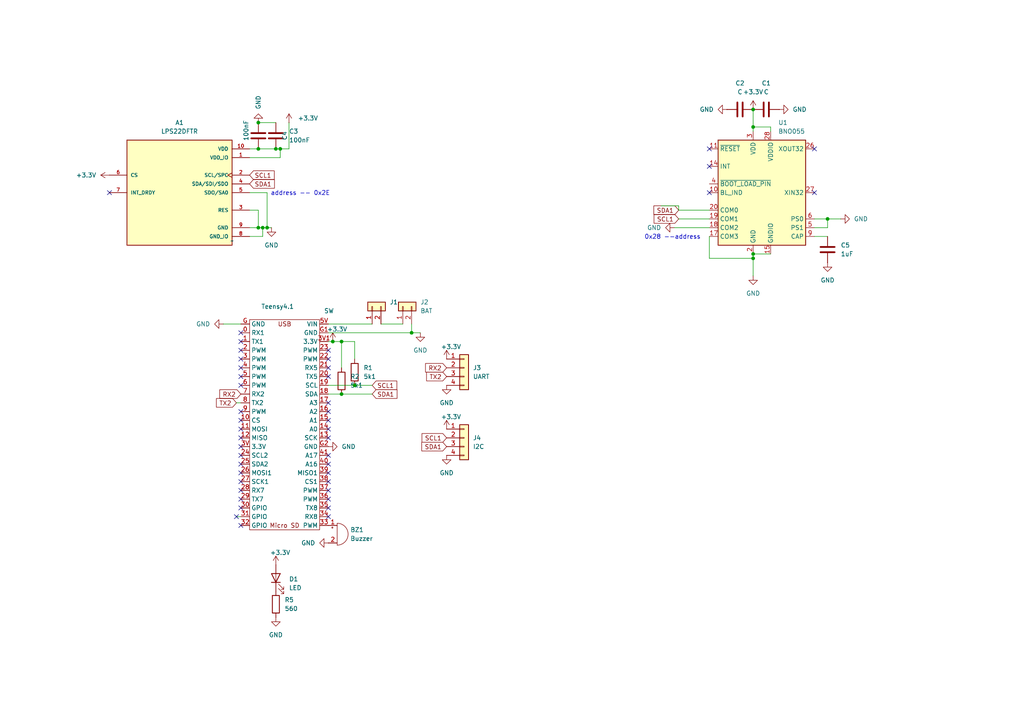
<source format=kicad_sch>
(kicad_sch (version 20250114) (generator "eeschema") (generator_version "9.0")
  (paper "A4")
  (lib_symbols
    (symbol "Connector_Generic:Conn_01x02" (pin_names (offset 1.016) (hide yes))
      (property "Reference" "J" (at 0 2.54 0))
      (property "Value" "Conn_01x02" (at 0 -5.08 0))
      (symbol "Conn_01x02_1_1"
        (rectangle (start -1.27 1.27) (end 1.27 -3.81) (stroke (width 0.254)) (fill (type background)))
        (rectangle (start -1.27 0.127) (end 0 -0.127) (stroke (width 0.1524)))
        (rectangle (start -1.27 -2.413) (end 0 -2.667) (stroke (width 0.1524)))
        (pin passive line (at -5.08 0 0) (length 3.81) (name "Pin_1") (number "1"))
        (pin passive line (at -5.08 -2.54 0) (length 3.81) (name "Pin_2") (number "2"))
      )
    )
    (symbol "Connector_Generic:Conn_01x04" (pin_names (offset 1.016) (hide yes))
      (property "Reference" "J" (at 0 5.08 0))
      (property "Value" "Conn_01x04" (at 0 -7.62 0))
      (symbol "Conn_01x04_1_1"
        (rectangle (start -1.27 3.81) (end 1.27 -6.35) (stroke (width 0.254)) (fill (type background)))
        (rectangle (start -1.27 2.667) (end 0 2.413) (stroke (width 0.1524)))
        (rectangle (start -1.27 0.127) (end 0 -0.127) (stroke (width 0.1524)))
        (rectangle (start -1.27 -2.413) (end 0 -2.667) (stroke (width 0.1524)))
        (rectangle (start -1.27 -4.953) (end 0 -5.207) (stroke (width 0.1524)))
        (pin passive line (at -5.08 2.54 0) (length 3.81) (name "Pin_1") (number "1"))
        (pin passive line (at -5.08 0 0) (length 3.81) (name "Pin_2") (number "2"))
        (pin passive line (at -5.08 -2.54 0) (length 3.81) (name "Pin_3") (number "3"))
        (pin passive line (at -5.08 -5.08 0) (length 3.81) (name "Pin_4") (number "4"))
      )
    )
    (symbol "Device:Buzzer" (pin_names (offset 0.0254) (hide yes))
      (property "Reference" "BZ" (at 3.81 1.27 0))
      (property "Value" "Buzzer" (at 3.81 -1.27 0))
      (symbol "Buzzer_0_1"
        (polyline (pts (xy -1.651 1.905) (xy -1.143 1.905)))
        (polyline (pts (xy -1.397 2.159) (xy -1.397 1.651)))
        (arc (start 0 3.175) (mid 3.1612 0) (end 0 -3.175))
        (polyline (pts (xy 0 3.175) (xy 0 -3.175)))
      )
      (symbol "Buzzer_1_1"
        (pin passive line (at -2.54 2.54 0) (length 2.54) (name "+") (number "1"))
        (pin passive line (at -2.54 -2.54 0) (length 2.54) (name "-") (number "2"))
      )
    )
    (symbol "Device:C" (pin_numbers (hide yes)) (pin_names (offset 0.254))
      (property "Reference" "C" (at 0.635 2.54 0))
      (property "Value" "C" (at 0.635 -2.54 0))
      (symbol "C_0_1"
        (polyline (pts (xy -2.032 0.762) (xy 2.032 0.762)) (stroke (width 0.508)))
        (polyline (pts (xy -2.032 -0.762) (xy 2.032 -0.762)) (stroke (width 0.508)))
      )
      (symbol "C_1_1"
        (pin passive line (at 0 3.81 270) (length 2.794) (name "~") (number "1"))
        (pin passive line (at 0 -3.81 90) (length 2.794) (name "~") (number "2"))
      )
    )
    (symbol "Device:LED" (pin_numbers (hide yes)) (pin_names (offset 1.016) (hide yes))
      (property "Reference" "D" (at 0 2.54 0))
      (property "Value" "LED" (at 0 -2.54 0))
      (symbol "LED_0_1"
        (polyline (pts (xy -3.048 -0.762) (xy -4.572 -2.286) (xy -3.81 -2.286) (xy -4.572 -2.286) (xy -4.572 -1.524)))
        (polyline (pts (xy -1.778 -0.762) (xy -3.302 -2.286) (xy -2.54 -2.286) (xy -3.302 -2.286) (xy -3.302 -1.524)))
        (polyline (pts (xy -1.27 0) (xy 1.27 0)))
        (polyline (pts (xy -1.27 -1.27) (xy -1.27 1.27)) (stroke (width 0.254)))
        (polyline (pts (xy 1.27 -1.27) (xy 1.27 1.27) (xy -1.27 0) (xy 1.27 -1.27)) (stroke (width 0.254)))
      )
      (symbol "LED_1_1"
        (pin passive line (at -3.81 0 0) (length 2.54) (name "K") (number "1"))
        (pin passive line (at 3.81 0 180) (length 2.54) (name "A") (number "2"))
      )
    )
    (symbol "Device:R" (pin_numbers (hide yes)) (pin_names (offset 0))
      (property "Reference" "R" (at 2.032 0 90))
      (property "Value" "R" (at 0 0 90))
      (symbol "R_0_1"
        (rectangle (start -1.016 -2.54) (end 1.016 2.54) (stroke (width 0.254)))
      )
      (symbol "R_1_1"
        (pin passive line (at 0 3.81 270) (length 1.27) (name "~") (number "1"))
        (pin passive line (at 0 -3.81 90) (length 1.27) (name "~") (number "2"))
      )
    )
    (symbol "LPS22DFTR:LPS22DFTR" (pin_names (offset 1.016))
      (property "Reference" "A" (at -15.24 15.875 0))
      (property "Value" "LPS22DFTR" (at -15.24 -17.78 0))
      (symbol "LPS22DFTR_0_0"
        (rectangle (start -15.24 -15.24) (end 15.24 15.24) (stroke (width 0.254)) (fill (type background)))
        (pin input line (at -20.32 5.08 0) (length 5.08) (name "CS") (number "6"))
        (pin passive line (at -20.32 0 0) (length 5.08) (name "INT_DRDY") (number "7"))
        (pin power_in line (at 20.32 12.7 180) (length 5.08) (name "VDD") (number "10"))
        (pin power_in line (at 20.32 10.16 180) (length 5.08) (name "VDD_IO") (number "1"))
        (pin passive clock (at 20.32 5.08 180) (length 5.08) (name "SCL/SPC") (number "2"))
        (pin bidirectional line (at 20.32 2.54 180) (length 5.08) (name "SDA/SDI/SDO") (number "4"))
        (pin bidirectional line (at 20.32 0 180) (length 5.08) (name "SDO/SA0") (number "5"))
        (pin passive line (at 20.32 -5.08 180) (length 5.08) (name "RES") (number "3"))
        (pin power_in line (at 20.32 -10.16 180) (length 5.08) (name "GND") (number "9"))
        (pin power_in line (at 20.32 -12.7 180) (length 5.08) (name "GND_IO") (number "8"))
      )
    )
    (symbol "Sensor_Motion:BNO055"
      (property "Reference" "U" (at -11.43 16.51 0))
      (property "Value" "BNO055" (at 12.7 16.51 0))
      (symbol "BNO055_0_1"
        (rectangle (start -12.7 15.24) (end 12.7 -15.24) (stroke (width 0.254)) (fill (type background)))
      )
      (symbol "BNO055_1_1"
        (pin input line (at -15.24 12.7 0) (length 2.54) (name "~{RESET}") (number "11"))
        (pin output line (at -15.24 7.62 0) (length 2.54) (name "INT") (number "14"))
        (pin input line (at -15.24 2.54 0) (length 2.54) (name "~{BOOT_LOAD_PIN}") (number "4"))
        (pin output line (at -15.24 0 0) (length 2.54) (name "BL_IND") (number "10"))
        (pin bidirectional line (at -15.24 -5.08 0) (length 2.54) (name "COM0") (number "20"))
        (pin bidirectional line (at -15.24 -7.62 0) (length 2.54) (name "COM1") (number "19"))
        (pin passive line (at -15.24 -10.16 0) (length 2.54) (name "COM2") (number "18"))
        (pin input line (at -15.24 -12.7 0) (length 2.54) (name "COM3") (number "17"))
        (pin no_connect line (at -12.7 10.16 0) (length 2.54) (hide yes) (name "PIN1") (number "1"))
        (pin no_connect line (at -12.7 5.08 0) (length 2.54) (hide yes) (name "PIN7") (number "7"))
        (pin no_connect line (at -12.7 -2.54 0) (length 2.54) (hide yes) (name "PIN8") (number "8"))
        (pin power_in line (at -2.54 17.78 270) (length 2.54) (name "VDD") (number "3"))
        (pin power_in line (at -2.54 -17.78 90) (length 2.54) (name "GND") (number "2"))
        (pin power_in line (at 2.54 17.78 270) (length 2.54) (name "VDDIO") (number "28"))
        (pin power_in line (at 2.54 -17.78 90) (length 2.54) (name "GNDIO") (number "15"))
        (pin passive line (at 2.54 -17.78 90) (length 2.54) (hide yes) (name "GNDIO") (number "16"))
        (pin passive line (at 2.54 -17.78 90) (length 2.54) (hide yes) (name "GNDIO") (number "25"))
        (pin no_connect line (at 12.7 10.16 180) (length 2.54) (hide yes) (name "PIN12") (number "12"))
        (pin no_connect line (at 12.7 7.62 180) (length 2.54) (hide yes) (name "PIN13") (number "13"))
        (pin no_connect line (at 12.7 5.08 180) (length 2.54) (hide yes) (name "PIN21") (number "21"))
        (pin no_connect line (at 12.7 2.54 180) (length 2.54) (hide yes) (name "PIN22") (number "22"))
        (pin no_connect line (at 12.7 -2.54 180) (length 2.54) (hide yes) (name "PIN23") (number "23"))
        (pin no_connect line (at 12.7 -5.08 180) (length 2.54) (hide yes) (name "PIN24") (number "24"))
        (pin output line (at 15.24 12.7 180) (length 2.54) (name "XOUT32") (number "26"))
        (pin input line (at 15.24 0 180) (length 2.54) (name "XIN32") (number "27"))
        (pin input line (at 15.24 -7.62 180) (length 2.54) (name "PS0") (number "6"))
        (pin input line (at 15.24 -10.16 180) (length 2.54) (name "PS1") (number "5"))
        (pin passive line (at 15.24 -12.7 180) (length 2.54) (name "CAP") (number "9"))
      )
    )
    (symbol "power:+3.3V" (power) (pin_numbers (hide yes)) (pin_names (offset 0) (hide yes))
      (property "Value" "+3.3V" (at 0 3.556 0))
      (symbol "+3.3V_0_1"
        (polyline (pts (xy -0.762 1.27) (xy 0 2.54)))
        (polyline (pts (xy 0 2.54) (xy 0.762 1.27)))
        (polyline (pts (xy 0 0) (xy 0 2.54)))
      )
      (symbol "+3.3V_1_1"
        (pin power_in line (at 0 0 90) (length 0) (name "~") (number "1"))
      )
    )
    (symbol "power:GND" (power) (pin_numbers (hide yes)) (pin_names (offset 0) (hide yes))
      (property "Value" "GND" (at 0 -3.81 0))
      (symbol "GND_0_1"
        (polyline (pts (xy 0 0) (xy 0 -1.27) (xy 1.27 -1.27) (xy 0 -2.54) (xy -1.27 -1.27) (xy 0 -1.27)))
      )
      (symbol "GND_1_1"
        (pin power_in line (at 0 0 270) (length 0) (name "~") (number "1"))
      )
    )
    (symbol "teensy:Teensy4.1"
      (property "Reference" "Teensy4.1" (at 0 0 90))
      (symbol "Teensy4.1_0_1"
        (rectangle (start -10.16 30.48) (end 10.16 -30.48))
      )
      (symbol "Teensy4.1_1_1"
        (text "USB" (at 0 29.21 0) (effects (font (size 1.27 1.27))))
        (text "Micro SD" (at 0 -29.21 0) (effects (font (size 1.27 1.27))))
        (pin input line (at -12.7 29.21 0) (length 2.54) (name "GND") (number "G"))
        (pin input line (at -12.7 26.67 0) (length 2.54) (name "RX1") (number "0"))
        (pin input line (at -12.7 24.13 0) (length 2.54) (name "TX1") (number "1"))
        (pin input line (at -12.7 21.59 0) (length 2.54) (name "PWM") (number "2"))
        (pin input line (at -12.7 19.05 0) (length 2.54) (name "PWM") (number "3"))
        (pin input line (at -12.7 16.51 0) (length 2.54) (name "PWM") (number "4"))
        (pin input line (at -12.7 13.97 0) (length 2.54) (name "PWM") (number "5"))
        (pin input line (at -12.7 11.43 0) (length 2.54) (name "PWM") (number "6"))
        (pin input line (at -12.7 8.89 0) (length 2.54) (name "RX2") (number "7"))
        (pin input line (at -12.7 6.35 0) (length 2.54) (name "TX2") (number "8"))
        (pin input line (at -12.7 3.81 0) (length 2.54) (name "PWM") (number "9"))
        (pin input line (at -12.7 1.27 0) (length 2.54) (name "CS") (number "10"))
        (pin input line (at -12.7 -1.27 0) (length 2.54) (name "MOSI") (number "11"))
        (pin input line (at -12.7 -3.81 0) (length 2.54) (name "MISO") (number "12"))
        (pin input line (at -12.7 -6.35 0) (length 2.54) (name "3.3V") (number "3V"))
        (pin input line (at -12.7 -8.89 0) (length 2.54) (name "SCL2") (number "24"))
        (pin input line (at -12.7 -11.43 0) (length 2.54) (name "SDA2") (number "25"))
        (pin input line (at -12.7 -13.97 0) (length 2.54) (name "MOSI1") (number "26"))
        (pin input line (at -12.7 -16.51 0) (length 2.54) (name "SCK1") (number "27"))
        (pin input line (at -12.7 -19.05 0) (length 2.54) (name "RX7") (number "28"))
        (pin input line (at -12.7 -21.59 0) (length 2.54) (name "TX7") (number "29"))
        (pin input line (at -12.7 -24.13 0) (length 2.54) (name "GPIO") (number "30"))
        (pin input line (at -12.7 -26.67 0) (length 2.54) (name "GPIO") (number "31"))
        (pin input line (at -12.7 -29.21 0) (length 2.54) (name "GPIO") (number "32"))
        (pin input line (at 12.7 29.21 180) (length 2.54) (name "VIN") (number "5V"))
        (pin input line (at 12.7 26.67 180) (length 2.54) (name "GND") (number "G1"))
        (pin input line (at 12.7 24.13 180) (length 2.54) (name "3.3V") (number "3V1"))
        (pin input line (at 12.7 21.59 180) (length 2.54) (name "PWM") (number "23"))
        (pin input line (at 12.7 19.05 180) (length 2.54) (name "PWM") (number "22"))
        (pin input line (at 12.7 16.51 180) (length 2.54) (name "RX5") (number "21"))
        (pin input line (at 12.7 13.97 180) (length 2.54) (name "TX5") (number "20"))
        (pin input line (at 12.7 11.43 180) (length 2.54) (name "SCL") (number "19"))
        (pin input line (at 12.7 8.89 180) (length 2.54) (name "SDA") (number "18"))
        (pin input line (at 12.7 6.35 180) (length 2.54) (name "A3") (number "17"))
        (pin input line (at 12.7 3.81 180) (length 2.54) (name "A2") (number "16"))
        (pin input line (at 12.7 1.27 180) (length 2.54) (name "A1") (number "15"))
        (pin input line (at 12.7 -1.27 180) (length 2.54) (name "A0") (number "14"))
        (pin input line (at 12.7 -3.81 180) (length 2.54) (name "SCK") (number "13"))
        (pin input line (at 12.7 -6.35 180) (length 2.54) (name "GND") (number "G2"))
        (pin input line (at 12.7 -8.89 180) (length 2.54) (name "A17") (number "41"))
        (pin input line (at 12.7 -11.43 180) (length 2.54) (name "A16") (number "40"))
        (pin input line (at 12.7 -13.97 180) (length 2.54) (name "MISO1") (number "39"))
        (pin input line (at 12.7 -16.51 180) (length 2.54) (name "CS1") (number "38"))
        (pin input line (at 12.7 -19.05 180) (length 2.54) (name "PWM") (number "37"))
        (pin input line (at 12.7 -21.59 180) (length 2.54) (name "PWM") (number "36"))
        (pin input line (at 12.7 -24.13 180) (length 2.54) (name "TX8") (number "35"))
        (pin input line (at 12.7 -26.67 180) (length 2.54) (name "RX8") (number "34"))
        (pin input line (at 12.7 -29.21 180) (length 2.54) (name "PWM") (number "33"))
      )
    )
  )
  (text "0x28 --address\n" (at 195.072 68.834 0) (effects (font (size 1.27 1.27))))
  (text "address -- 0x2E" (at 87.122 56.134 0) (effects (font (size 1.27 1.27))))
  (junction (at 80.01 43.18))
  (junction (at 99.06 99.06))
  (junction (at 218.44 73.66))
  (junction (at 74.93 43.18))
  (junction (at 96.52 99.06))
  (junction (at 102.87 111.76))
  (junction (at 74.93 35.56))
  (junction (at 99.06 114.3))
  (junction (at 218.44 36.83))
  (junction (at 240.03 63.5))
  (junction (at 218.44 31.75))
  (junction (at 76.2 66.04))
  (junction (at 119.38 96.52))
  (junction (at 218.44 74.93))
  (junction (at 74.93 66.04))
  (junction (at 77.47 66.04))
  (junction (at 81.28 43.18))
  (no_connect (at 69.85 142.24))
  (no_connect (at 69.85 111.76))
  (no_connect (at 69.85 119.38))
  (no_connect (at 69.85 106.68))
  (no_connect (at 69.85 99.06))
  (no_connect (at 95.25 119.38))
  (no_connect (at 69.85 139.7))
  (no_connect (at 69.85 109.22))
  (no_connect (at 95.25 106.68))
  (no_connect (at 69.85 147.32))
  (no_connect (at 69.85 104.14))
  (no_connect (at 95.25 109.22))
  (no_connect (at 69.85 124.46))
  (no_connect (at 95.25 139.7))
  (no_connect (at 236.22 43.18))
  (no_connect (at 205.74 55.88))
  (no_connect (at 205.74 48.26))
  (no_connect (at 69.85 129.54))
  (no_connect (at 95.25 134.62))
  (no_connect (at 68.58 149.86))
  (no_connect (at 236.22 55.88))
  (no_connect (at 95.25 144.78))
  (no_connect (at 69.85 127))
  (no_connect (at 205.74 43.18))
  (no_connect (at 95.25 147.32))
  (no_connect (at 95.25 137.16))
  (no_connect (at 95.25 101.6))
  (no_connect (at 95.25 116.84))
  (no_connect (at 95.25 149.86))
  (no_connect (at 95.25 104.14))
  (no_connect (at 95.25 142.24))
  (no_connect (at 95.25 132.08))
  (no_connect (at 69.85 132.08))
  (no_connect (at 69.85 144.78))
  (no_connect (at 69.85 121.92))
  (no_connect (at 69.85 96.52))
  (no_connect (at 95.25 127))
  (no_connect (at 31.75 55.88))
  (no_connect (at 69.85 134.62))
  (no_connect (at 95.25 124.46))
  (no_connect (at 69.85 101.6))
  (no_connect (at 69.85 152.4))
  (no_connect (at 95.25 121.92))
  (no_connect (at 69.85 137.16))
  (wire (pts (xy 107.95 114.3) (xy 99.06 114.3)))
  (wire (pts (xy 218.44 36.83) (xy 218.44 38.1)))
  (wire (pts (xy 218.44 73.66) (xy 223.52 73.66)))
  (wire (pts (xy 74.93 60.96) (xy 74.93 66.04)))
  (wire (pts (xy 119.38 96.52) (xy 121.92 96.52)))
  (wire (pts (xy 99.06 106.68) (xy 99.06 99.06)))
  (wire (pts (xy 218.44 80.01) (xy 218.44 74.93)))
  (wire (pts (xy 102.87 111.76) (xy 95.25 111.76)))
  (wire (pts (xy 236.22 68.58) (xy 240.03 68.58)))
  (wire (pts (xy 76.2 68.58) (xy 76.2 66.04)))
  (wire (pts (xy 107.95 111.76) (xy 102.87 111.76)))
  (wire (pts (xy 223.52 36.83) (xy 218.44 36.83)))
  (wire (pts (xy 74.93 43.18) (xy 80.01 43.18)))
  (wire (pts (xy 81.28 45.72) (xy 81.28 43.18)))
  (wire (pts (xy 83.82 43.18) (xy 83.82 35.56)))
  (wire (pts (xy 80.01 43.18) (xy 81.28 43.18)))
  (wire (pts (xy 218.44 31.75) (xy 218.44 36.83)))
  (wire (pts (xy 95.25 96.52) (xy 119.38 96.52)))
  (wire (pts (xy 223.52 38.1) (xy 223.52 36.83)))
  (wire (pts (xy 72.39 45.72) (xy 81.28 45.72)))
  (wire (pts (xy 72.39 43.18) (xy 74.93 43.18)))
  (wire (pts (xy 196.85 63.5) (xy 205.74 63.5)))
  (wire (pts (xy 95.25 93.98) (xy 107.95 93.98)))
  (wire (pts (xy 102.87 104.14) (xy 102.87 99.06)))
  (wire (pts (xy 205.74 68.58) (xy 205.74 74.93)))
  (wire (pts (xy 76.2 66.04) (xy 77.47 66.04)))
  (wire (pts (xy 77.47 55.88) (xy 77.47 66.04)))
  (wire (pts (xy 99.06 114.3) (xy 95.25 114.3)))
  (wire (pts (xy 196.85 59.69) (xy 191.77 59.69)))
  (wire (pts (xy 72.39 55.88) (xy 77.47 55.88)))
  (wire (pts (xy 99.06 99.06) (xy 96.52 99.06)))
  (wire (pts (xy 240.03 66.04) (xy 240.03 63.5)))
  (wire (pts (xy 72.39 66.04) (xy 74.93 66.04)))
  (wire (pts (xy 236.22 66.04) (xy 240.03 66.04)))
  (wire (pts (xy 96.52 99.06) (xy 95.25 99.06)))
  (wire (pts (xy 102.87 99.06) (xy 99.06 99.06)))
  (wire (pts (xy 205.74 74.93) (xy 218.44 74.93)))
  (wire (pts (xy 218.44 74.93) (xy 218.44 73.66)))
  (wire (pts (xy 119.38 93.98) (xy 119.38 96.52)))
  (wire (pts (xy 80.01 35.56) (xy 74.93 35.56)))
  (wire (pts (xy 77.47 66.04) (xy 78.74 66.04)))
  (wire (pts (xy 195.58 66.04) (xy 205.74 66.04)))
  (wire (pts (xy 69.85 149.86) (xy 68.58 149.86)))
  (wire (pts (xy 110.49 93.98) (xy 116.84 93.98)))
  (wire (pts (xy 196.85 60.96) (xy 205.74 60.96)))
  (wire (pts (xy 74.93 66.04) (xy 76.2 66.04)))
  (wire (pts (xy 64.77 93.98) (xy 69.85 93.98)))
  (wire (pts (xy 240.03 63.5) (xy 243.84 63.5)))
  (wire (pts (xy 72.39 60.96) (xy 74.93 60.96)))
  (wire (pts (xy 196.85 59.69) (xy 196.85 60.96)))
  (wire (pts (xy 72.39 68.58) (xy 76.2 68.58)))
  (wire (pts (xy 81.28 43.18) (xy 83.82 43.18)))
  (wire (pts (xy 68.58 116.84) (xy 69.85 116.84)))
  (wire (pts (xy 236.22 63.5) (xy 240.03 63.5)))
  (global_label "SCL1" (shape input) (at 196.85 63.5 180) (property "Intersheetrefs" "${INTERSHEET_REFS}" (effects (hide yes))))
  (global_label "TX2" (shape input) (at 68.58 116.84 180) (property "Intersheetrefs" "${INTERSHEET_REFS}" (effects (hide yes))))
  (global_label "SCL1" (shape input) (at 107.95 111.76 0) (property "Intersheetrefs" "${INTERSHEET_REFS}" (effects (hide yes))))
  (global_label "SDA1" (shape input) (at 196.85 60.96 180) (property "Intersheetrefs" "${INTERSHEET_REFS}" (effects (hide yes))))
  (global_label "RX2" (shape input) (at 69.85 114.3 180) (property "Intersheetrefs" "${INTERSHEET_REFS}" (effects (hide yes))))
  (global_label "SCL1" (shape input) (at 72.39 50.8 0) (property "Intersheetrefs" "${INTERSHEET_REFS}" (effects (hide yes))))
  (global_label "RX2" (shape input) (at 129.54 106.68 180) (property "Intersheetrefs" "${INTERSHEET_REFS}" (effects (hide yes))))
  (global_label "SCL1" (shape input) (at 129.54 127 180) (property "Intersheetrefs" "${INTERSHEET_REFS}" (effects (hide yes))))
  (global_label "SDA1" (shape input) (at 72.39 53.34 0) (property "Intersheetrefs" "${INTERSHEET_REFS}" (effects (hide yes))))
  (global_label "SDA1" (shape input) (at 107.95 114.3 0) (property "Intersheetrefs" "${INTERSHEET_REFS}" (effects (hide yes))))
  (global_label "TX2" (shape input) (at 129.54 109.22 180) (property "Intersheetrefs" "${INTERSHEET_REFS}" (effects (hide yes))))
  (global_label "SDA1" (shape input) (at 129.54 129.54 180) (property "Intersheetrefs" "${INTERSHEET_REFS}" (effects (hide yes))))
  (symbol (lib_id "LPS22DFTR:LPS22DFTR") (at 52.07 55.88 0) (unit 1)
    (property "Reference" "A1" (at 52.07 35.56 0))
    (property "Value" "LPS22DFTR" (at 52.07 38.1 0))
    (property "Footprint" "LPS22DFTR:XDCR_LPS22DFTR" (effects (hide yes)))
    (property "MAXIMUM_PACKAGE_HEIGHT" "0.8mm" (effects (hide yes)))
    (property "CREATOR" "NEZY" (effects (hide yes)))
    (property "STANDARD" "Manufacturer recommendations" (effects (hide yes)))
    (property "PARTREV" "3" (effects (hide yes)))
    (property "MANUFACTURER" "STMicroelectronics" (effects (hide yes)))
  )
  (symbol (lib_id "power:GND") (at 129.54 111.76 0) (unit 1)
    (property "Reference" "#PWR04" (effects (hide yes)))
    (property "Value" "GND" (at 129.54 116.84 0))
    (property "Description" "Power symbol creates a global label with name \"GND\" , ground" (effects (hide yes)))
  )
  (symbol (lib_id "power:+3.3V") (at 83.82 35.56 0) (unit 1)
    (property "Reference" "#PWR09" (effects (hide yes)))
    (property "Value" "+3.3V" (at 86.36 34.2899 0) (effects (justify left)))
    (property "Description" "Power symbol creates a global label with name \"+3.3V\"" (effects (hide yes)))
  )
  (symbol (lib_id "power:GND") (at 210.82 31.75 270) (unit 1)
    (property "Reference" "#PWR07" (effects (hide yes)))
    (property "Value" "GND" (at 207.01 31.7499 90) (effects (justify right)))
    (property "Description" "Power symbol creates a global label with name \"GND\" , ground" (effects (hide yes)))
  )
  (symbol (lib_id "Device:R") (at 102.87 107.95 0) (unit 1)
    (property "Reference" "R1" (at 105.41 106.6799 0) (effects (justify left)))
    (property "Value" "5k1" (at 105.41 109.2199 0) (effects (justify left)))
    (property "Description" "Resistor" (effects (hide yes)))
  )
  (symbol (lib_id "Device:C") (at 80.01 39.37 0) (unit 1)
    (property "Reference" "C3" (at 83.82 38.0999 0) (effects (justify left)))
    (property "Value" "100nF" (at 83.82 40.6399 0) (effects (justify left)))
    (property "Description" "Unpolarized capacitor" (effects (hide yes)))
  )
  (symbol (lib_id "Connector_Generic:Conn_01x02") (at 116.84 88.9 90) (unit 1)
    (property "Reference" "J2" (at 121.92 87.6299 90) (effects (justify right)))
    (property "Value" "BAT" (at 121.92 90.1699 90) (effects (justify right)))
    (property "Description" "Generic connector, single row, 01x02, script generated (kicad-library-utils/schlib/autogen/connector/)" (effects (hide yes)))
  )
  (symbol (lib_id "power:GND") (at 195.58 66.04 270) (unit 1)
    (property "Reference" "#PWR010" (effects (hide yes)))
    (property "Value" "GND" (at 191.77 66.0399 90) (effects (justify right)))
    (property "Description" "Power symbol creates a global label with name \"GND\" , ground" (effects (hide yes)))
  )
  (symbol (lib_id "Connector_Generic:Conn_01x04") (at 134.62 106.68 0) (unit 1)
    (property "Reference" "J3" (at 137.16 106.6799 0) (effects (justify left)))
    (property "Value" "UART" (at 137.16 109.2199 0) (effects (justify left)))
    (property "Description" "Generic connector, single row, 01x04, script generated (kicad-library-utils/schlib/autogen/connector/)" (effects (hide yes)))
  )
  (symbol (lib_id "power:GND") (at 64.77 93.98 270) (unit 1)
    (property "Reference" "#PWR015" (effects (hide yes)))
    (property "Value" "GND" (at 60.96 93.9799 90) (effects (justify right)))
    (property "Description" "Power symbol creates a global label with name \"GND\" , ground" (effects (hide yes)))
  )
  (symbol (lib_id "power:+3.3V") (at 31.75 50.8 90) (unit 1)
    (property "Reference" "#PWR013" (effects (hide yes)))
    (property "Value" "+3.3V" (at 27.94 50.7999 90) (effects (justify left)))
    (property "Description" "Power symbol creates a global label with name \"+3.3V\"" (effects (hide yes)))
  )
  (symbol (lib_id "teensy:Teensy4.1") (at 82.55 123.19 0) (unit 1)
    (property "Reference" "Teensy4.1" (at 80.518 88.9 0))
    (property "Value" "~" (at 67.31 69.85 0))
  )
  (symbol (lib_id "power:GND") (at 95.25 157.48 270) (unit 1)
    (property "Reference" "#PWR020" (effects (hide yes)))
    (property "Value" "GND" (at 91.44 157.4799 90) (effects (justify right)))
    (property "Description" "Power symbol creates a global label with name \"GND\" , ground" (effects (hide yes)))
  )
  (symbol (lib_id "power:GND") (at 95.25 129.54 90) (unit 1)
    (property "Reference" "#PWR014" (effects (hide yes)))
    (property "Value" "GND" (at 99.06 129.5399 90) (effects (justify right)))
    (property "Description" "Power symbol creates a global label with name \"GND\" , ground" (effects (hide yes)))
  )
  (symbol (lib_id "power:GND") (at 78.74 66.04 0) (unit 1)
    (property "Reference" "#PWR03" (effects (hide yes)))
    (property "Value" "GND" (at 78.74 71.12 0))
    (property "Description" "Power symbol creates a global label with name \"GND\" , ground" (effects (hide yes)))
  )
  (symbol (lib_id "power:GND") (at 218.44 80.01 0) (unit 1)
    (property "Reference" "#PWR02" (effects (hide yes)))
    (property "Value" "GND" (at 218.44 85.09 0))
    (property "Description" "Power symbol creates a global label with name \"GND\" , ground" (effects (hide yes)))
  )
  (symbol (lib_id "power:GND") (at 74.93 35.56 180) (unit 1)
    (property "Reference" "#PWR08" (effects (hide yes)))
    (property "Value" "GND" (at 74.9301 31.75 90) (effects (justify right)))
    (property "Description" "Power symbol creates a global label with name \"GND\" , ground" (effects (hide yes)))
  )
  (symbol (lib_id "Device:C") (at 214.63 31.75 90) (unit 1)
    (property "Reference" "C2" (at 214.63 24.13 90))
    (property "Value" "C" (at 214.63 26.67 90))
    (property "Description" "Unpolarized capacitor" (effects (hide yes)))
  )
  (symbol (lib_id "power:GND") (at 129.54 132.08 0) (unit 1)
    (property "Reference" "#PWR018" (effects (hide yes)))
    (property "Value" "GND" (at 129.54 137.16 0))
    (property "Description" "Power symbol creates a global label with name \"GND\" , ground" (effects (hide yes)))
  )
  (symbol (lib_id "power:GND") (at 121.92 96.52 0) (unit 1)
    (property "Reference" "#PWR016" (effects (hide yes)))
    (property "Value" "GND" (at 121.92 101.6 0))
    (property "Description" "Power symbol creates a global label with name \"GND\" , ground" (effects (hide yes)))
  )
  (symbol (lib_id "power:+3.3V") (at 96.52 99.06 0) (unit 1)
    (property "Reference" "#PWR01" (effects (hide yes)))
    (property "Value" "+3.3V" (at 97.79 95.504 0))
    (property "Description" "Power symbol creates a global label with name \"+3.3V\"" (effects (hide yes)))
  )
  (symbol (lib_id "Connector_Generic:Conn_01x04") (at 134.62 127 0) (unit 1)
    (property "Reference" "J4" (at 137.16 126.9999 0) (effects (justify left)))
    (property "Value" "I2C" (at 137.16 129.5399 0) (effects (justify left)))
    (property "Description" "Generic connector, single row, 01x04, script generated (kicad-library-utils/schlib/autogen/connector/)" (effects (hide yes)))
  )
  (symbol (lib_id "Sensor_Motion:BNO055") (at 220.98 55.88 0) (unit 1)
    (property "Reference" "U1" (at 225.7141 35.56 0) (effects (justify left)))
    (property "Value" "BNO055" (at 225.7141 38.1 0) (effects (justify left)))
    (property "Footprint" "Package_LGA:LGA-28_5.2x3.8mm_P0.5mm" (effects (hide yes)))
    (property "Datasheet" "https://www.bosch-sensortec.com/media/boschsensortec/downloads/datasheets/bst-bno055-ds000.pdf" (effects (hide yes)))
    (property "Description" "Intelligent 9-axis absolute orientation sensor, LGA-28" (effects (hide yes)))
  )
  (symbol (lib_id "Device:R") (at 80.01 175.26 0) (unit 1)
    (property "Reference" "R5" (at 82.55 173.9899 0) (effects (justify left)))
    (property "Value" "560" (at 82.55 176.5299 0) (effects (justify left)))
    (property "Description" "Resistor" (effects (hide yes)))
  )
  (symbol (lib_id "power:+3.3V") (at 80.01 163.83 0) (unit 1)
    (property "Reference" "#PWR021" (effects (hide yes)))
    (property "Value" "+3.3V" (at 81.28 160.274 0))
    (property "Description" "Power symbol creates a global label with name \"+3.3V\"" (effects (hide yes)))
  )
  (symbol (lib_id "Device:C") (at 222.25 31.75 90) (unit 1)
    (property "Reference" "C1" (at 222.25 24.13 90))
    (property "Value" "C" (at 222.25 26.67 90))
    (property "Description" "Unpolarized capacitor" (effects (hide yes)))
  )
  (symbol (lib_id "power:+3.3V") (at 218.44 31.75 0) (unit 1)
    (property "Reference" "#PWR05" (effects (hide yes)))
    (property "Value" "+3.3V" (at 218.44 26.67 0))
    (property "Description" "Power symbol creates a global label with name \"+3.3V\"" (effects (hide yes)))
  )
  (symbol (lib_id "Device:LED") (at 80.01 167.64 90) (unit 1)
    (property "Reference" "D1" (at 83.82 167.9574 90) (effects (justify right)))
    (property "Value" "LED" (at 83.82 170.4974 90) (effects (justify right)))
    (property "Description" "Light emitting diode" (effects (hide yes)))
    (property "Sim.Pins" "1=K 2=A" (effects (hide yes)))
  )
  (symbol (lib_id "Device:C") (at 240.03 72.39 180) (unit 1)
    (property "Reference" "C5" (at 243.84 71.1199 0) (effects (justify right)))
    (property "Value" "1uF" (at 243.84 73.6599 0) (effects (justify right)))
    (property "Description" "Unpolarized capacitor" (effects (hide yes)))
  )
  (symbol (lib_id "Device:Buzzer") (at 97.79 154.94 0) (unit 1)
    (property "Reference" "BZ1" (at 101.6 153.6699 0) (effects (justify left)))
    (property "Value" "Buzzer" (at 101.6 156.2099 0) (effects (justify left)))
    (property "Description" "Buzzer, polarized" (effects (hide yes)))
  )
  (symbol (lib_id "power:GND") (at 240.03 76.2 0) (unit 1)
    (property "Reference" "#PWR011" (effects (hide yes)))
    (property "Value" "GND" (at 240.03 81.28 0))
    (property "Description" "Power symbol creates a global label with name \"GND\" , ground" (effects (hide yes)))
  )
  (symbol (lib_id "power:GND") (at 243.84 63.5 90) (unit 1)
    (property "Reference" "#PWR012" (effects (hide yes)))
    (property "Value" "GND" (at 247.65 63.4999 90) (effects (justify right)))
    (property "Description" "Power symbol creates a global label with name \"GND\" , ground" (effects (hide yes)))
  )
  (symbol (lib_id "power:GND") (at 226.06 31.75 90) (unit 1)
    (property "Reference" "#PWR06" (effects (hide yes)))
    (property "Value" "GND" (at 229.87 31.7499 90) (effects (justify right)))
    (property "Description" "Power symbol creates a global label with name \"GND\" , ground" (effects (hide yes)))
  )
  (symbol (lib_id "Connector_Generic:Conn_01x02") (at 107.95 88.9 90) (unit 1)
    (property "Reference" "J1" (at 113.03 87.6299 90) (effects (justify right)))
    (property "Value" "SW" (at 93.98 90.1699 90) (effects (justify right)))
    (property "Description" "Generic connector, single row, 01x02, script generated (kicad-library-utils/schlib/autogen/connector/)" (effects (hide yes)))
  )
  (symbol (lib_id "power:+3.3V") (at 129.54 104.14 0) (unit 1)
    (property "Reference" "#PWR017" (effects (hide yes)))
    (property "Value" "+3.3V" (at 130.81 100.584 0))
    (property "Description" "Power symbol creates a global label with name \"+3.3V\"" (effects (hide yes)))
  )
  (symbol (lib_id "power:GND") (at 80.01 179.07 0) (unit 1)
    (property "Reference" "#PWR022" (effects (hide yes)))
    (property "Value" "GND" (at 80.01 184.15 0))
    (property "Description" "Power symbol creates a global label with name \"GND\" , ground" (effects (hide yes)))
  )
  (symbol (lib_id "Device:C") (at 74.93 39.37 0) (unit 1)
    (property "Reference" "C4" (at 82.55 39.37 90))
    (property "Value" "100nF" (at 71.374 37.846 90))
    (property "Description" "Unpolarized capacitor" (effects (hide yes)))
  )
  (symbol (lib_id "power:+3.3V") (at 129.54 124.46 0) (unit 1)
    (property "Reference" "#PWR019" (effects (hide yes)))
    (property "Value" "+3.3V" (at 130.81 120.904 0))
    (property "Description" "Power symbol creates a global label with name \"+3.3V\"" (effects (hide yes)))
  )
  (symbol (lib_id "Device:R") (at 99.06 110.49 0) (unit 1)
    (property "Reference" "R2" (at 101.6 109.2199 0) (effects (justify left)))
    (property "Value" "5k1" (at 101.6 111.7599 0) (effects (justify left)))
    (property "Description" "Resistor" (effects (hide yes)))
  )
)
</source>
